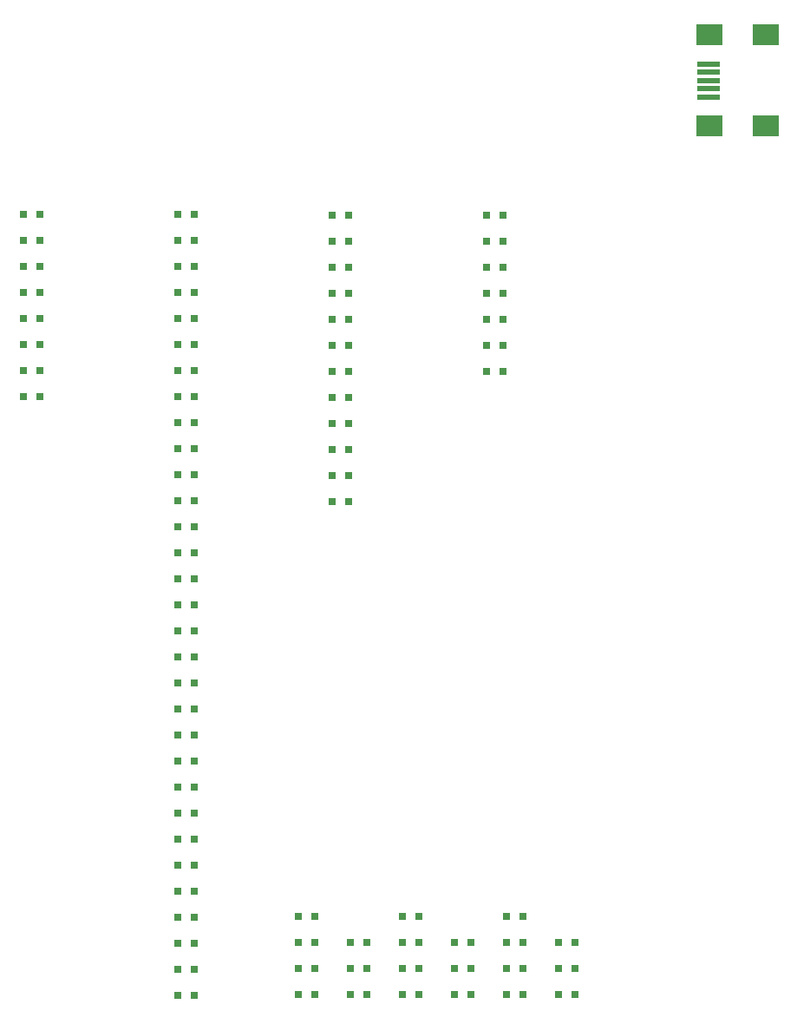
<source format=gbr>
G04 #@! TF.GenerationSoftware,KiCad,Pcbnew,(5.1.2)-1*
G04 #@! TF.CreationDate,2019-09-01T11:48:08-05:00*
G04 #@! TF.ProjectId,Electronic_Calendar,456c6563-7472-46f6-9e69-635f43616c65,rev?*
G04 #@! TF.SameCoordinates,Original*
G04 #@! TF.FileFunction,Paste,Bot*
G04 #@! TF.FilePolarity,Positive*
%FSLAX46Y46*%
G04 Gerber Fmt 4.6, Leading zero omitted, Abs format (unit mm)*
G04 Created by KiCad (PCBNEW (5.1.2)-1) date 2019-09-01 11:48:08*
%MOMM*%
%LPD*%
G04 APERTURE LIST*
%ADD10R,0.800000X0.800000*%
%ADD11R,2.300000X0.500000*%
%ADD12R,2.500000X2.000000*%
G04 APERTURE END LIST*
D10*
X94907000Y-83502500D03*
X93307000Y-83502500D03*
X94907000Y-80962500D03*
X93307000Y-80962500D03*
X94907000Y-78422500D03*
X93307000Y-78422500D03*
X94907000Y-75882500D03*
X93307000Y-75882500D03*
X94907000Y-73342500D03*
X93307000Y-73342500D03*
X94907000Y-70802500D03*
X93307000Y-70802500D03*
X94907000Y-68262500D03*
X93307000Y-68262500D03*
X140182500Y-81026000D03*
X138582500Y-81026000D03*
X140182500Y-78486000D03*
X138582500Y-78486000D03*
X140182500Y-75946000D03*
X138582500Y-75946000D03*
X140182500Y-73406000D03*
X138582500Y-73406000D03*
X140182500Y-70866000D03*
X138582500Y-70866000D03*
X140182500Y-68326000D03*
X138582500Y-68326000D03*
X110020000Y-141922500D03*
X108420000Y-141922500D03*
X110020000Y-139382500D03*
X108420000Y-139382500D03*
X110020000Y-136842500D03*
X108420000Y-136842500D03*
X110020000Y-134302500D03*
X108420000Y-134302500D03*
X110020000Y-131762500D03*
X108420000Y-131762500D03*
X110020000Y-129222500D03*
X108420000Y-129222500D03*
X110020000Y-126682500D03*
X108420000Y-126682500D03*
X110020000Y-124142500D03*
X108420000Y-124142500D03*
X110020000Y-121602500D03*
X108420000Y-121602500D03*
X110020000Y-119062500D03*
X108420000Y-119062500D03*
X110020000Y-116522500D03*
X108420000Y-116522500D03*
X110020000Y-113982500D03*
X108420000Y-113982500D03*
X110020000Y-111442500D03*
X108420000Y-111442500D03*
X110020000Y-108902500D03*
X108420000Y-108902500D03*
X110020000Y-106362500D03*
X108420000Y-106362500D03*
X110020000Y-103822500D03*
X108420000Y-103822500D03*
X110020000Y-101282500D03*
X108420000Y-101282500D03*
X110020000Y-98742500D03*
X108420000Y-98742500D03*
X110020000Y-96202500D03*
X108420000Y-96202500D03*
X110020000Y-93662500D03*
X108420000Y-93662500D03*
X110020000Y-91122500D03*
X108420000Y-91122500D03*
X110020000Y-88582500D03*
X108420000Y-88582500D03*
X110020000Y-86042500D03*
X108420000Y-86042500D03*
X110020000Y-83502500D03*
X108420000Y-83502500D03*
X110020000Y-80962500D03*
X108420000Y-80962500D03*
X110020000Y-78422500D03*
X108420000Y-78422500D03*
X110020000Y-75882500D03*
X108420000Y-75882500D03*
X110020000Y-73342500D03*
X108420000Y-73342500D03*
X110020000Y-70802500D03*
X108420000Y-70802500D03*
X110020000Y-68262500D03*
X108420000Y-68262500D03*
X125069500Y-93726000D03*
X123469500Y-93726000D03*
X125069500Y-91186000D03*
X123469500Y-91186000D03*
X125069500Y-88646000D03*
X123469500Y-88646000D03*
X125069500Y-86106000D03*
X123469500Y-86106000D03*
X125069500Y-83566000D03*
X123469500Y-83566000D03*
X123469500Y-81026000D03*
X125069500Y-81026000D03*
X125069500Y-78486000D03*
X123469500Y-78486000D03*
X123469500Y-75946000D03*
X125069500Y-75946000D03*
X125069500Y-73406000D03*
X123469500Y-73406000D03*
X125069500Y-70866000D03*
X123469500Y-70866000D03*
X125069500Y-68326000D03*
X123469500Y-68326000D03*
D11*
X160204500Y-51041500D03*
X160204500Y-51841500D03*
X160204500Y-52641500D03*
X160204500Y-53441500D03*
X160204500Y-54241500D03*
D12*
X160304500Y-48191500D03*
X165804500Y-48191500D03*
X160304500Y-57091500D03*
X165804500Y-57091500D03*
D10*
X125247500Y-141859000D03*
X126847500Y-141859000D03*
X125247500Y-139319000D03*
X126847500Y-139319000D03*
X125247500Y-136779000D03*
X126847500Y-136779000D03*
X135407500Y-141859000D03*
X137007500Y-141859000D03*
X135407500Y-139319000D03*
X137007500Y-139319000D03*
X135407500Y-136779000D03*
X137007500Y-136779000D03*
X145567500Y-141859000D03*
X147167500Y-141859000D03*
X145567500Y-139319000D03*
X147167500Y-139319000D03*
X145567500Y-136779000D03*
X147167500Y-136779000D03*
X120167500Y-141859000D03*
X121767500Y-141859000D03*
X120167500Y-139319000D03*
X121767500Y-139319000D03*
X120167500Y-136779000D03*
X121767500Y-136779000D03*
X120167500Y-134239000D03*
X121767500Y-134239000D03*
X130327500Y-141859000D03*
X131927500Y-141859000D03*
X130327500Y-139319000D03*
X131927500Y-139319000D03*
X130327500Y-136779000D03*
X131927500Y-136779000D03*
X130327500Y-134239000D03*
X131927500Y-134239000D03*
X140487500Y-141859000D03*
X142087500Y-141859000D03*
X140487500Y-139319000D03*
X142087500Y-139319000D03*
X140487500Y-136779000D03*
X142087500Y-136779000D03*
X140487500Y-134239000D03*
X142087500Y-134239000D03*
X93307000Y-65722500D03*
X94907000Y-65722500D03*
X138582500Y-65786000D03*
X140182500Y-65786000D03*
X108420000Y-65722500D03*
X110020000Y-65722500D03*
X123469500Y-65786000D03*
X125069500Y-65786000D03*
M02*

</source>
